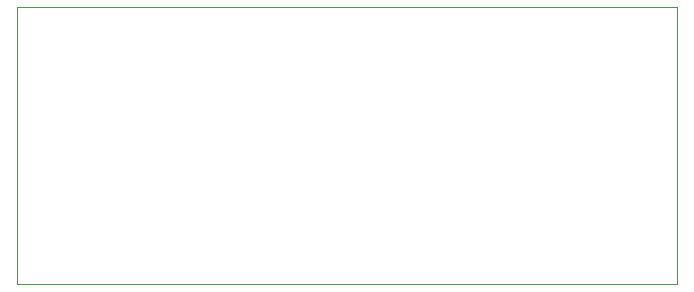
<source format=gm1>
G04 #@! TF.GenerationSoftware,KiCad,Pcbnew,(6.0.9)*
G04 #@! TF.CreationDate,2022-11-30T14:59:24+01:00*
G04 #@! TF.ProjectId,Sensor,53656e73-6f72-42e6-9b69-6361645f7063,rev?*
G04 #@! TF.SameCoordinates,Original*
G04 #@! TF.FileFunction,Profile,NP*
%FSLAX46Y46*%
G04 Gerber Fmt 4.6, Leading zero omitted, Abs format (unit mm)*
G04 Created by KiCad (PCBNEW (6.0.9)) date 2022-11-30 14:59:24*
%MOMM*%
%LPD*%
G01*
G04 APERTURE LIST*
G04 #@! TA.AperFunction,Profile*
%ADD10C,0.100000*%
G04 #@! TD*
G04 APERTURE END LIST*
D10*
X109825000Y-79900000D02*
X165700000Y-79900000D01*
X165700000Y-79900000D02*
X165700000Y-103400000D01*
X165700000Y-103400000D02*
X109825000Y-103400000D01*
X109825000Y-103400000D02*
X109825000Y-79900000D01*
M02*

</source>
